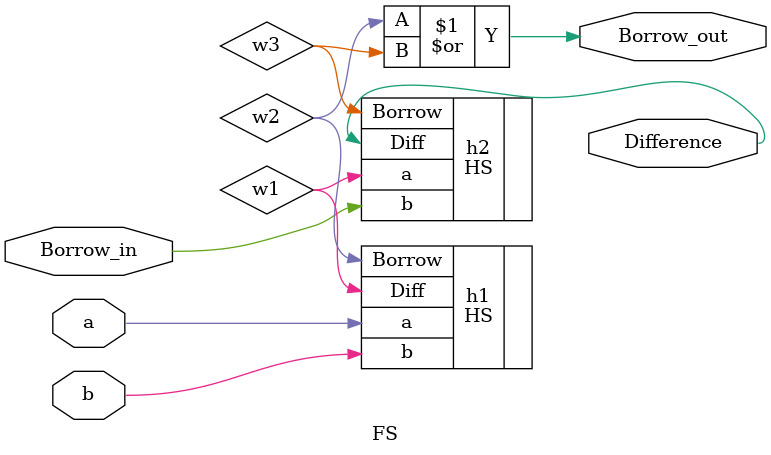
<source format=v>

module FS(
input a,
input b,
input Borrow_in,
output Borrow_out,
output Difference);


	HS h1 ( .Diff(w1), .b(b),.a(a),.Borrow(w2)); //does a-b  if .b(a), .a(b) then its b-a
	HS h2 ( .Diff(Difference), .a(w1),.b(Borrow_in),.Borrow(w3));
	or o1 (Borrow_out,w2,w3);
	
endmodule

</source>
